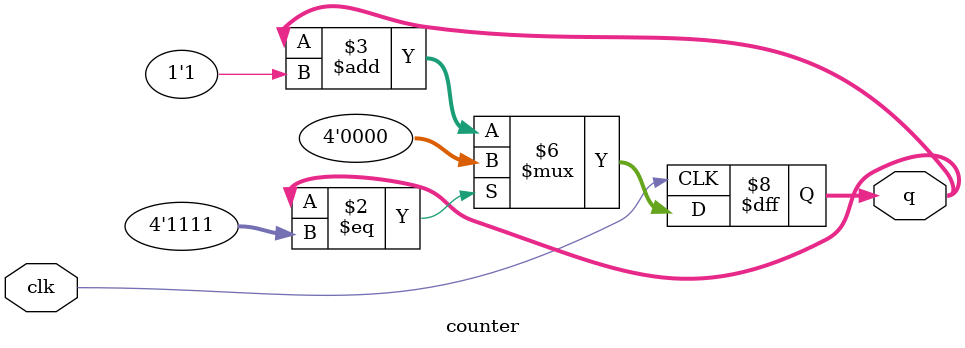
<source format=sv>
module counter(clk, q);
  input clk;
  output reg [3:0]q;
  
  initial begin
    q = 1'b0;
  end
  
  always @ (posedge clk)
    begin
      if( q == 4'b1111 )
        q <= 1'b0;
      else
        q <= q + 1'b1;
    end
endmodule

</source>
